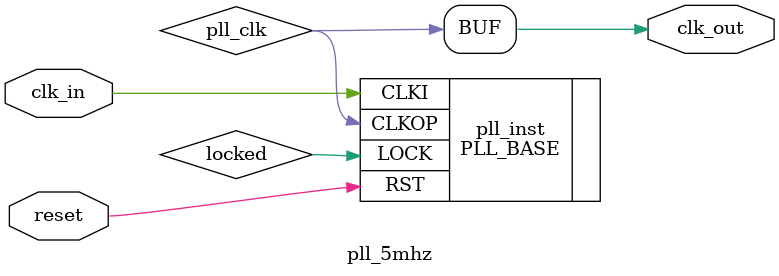
<source format=v>
module pll_5mhz(
    input clk_in,        // 16 MHz input clock
    input reset,
    output clk_out       // 5 MHz output clock
);

    wire pll_clk;
    wire locked;

    // PLL instantiation
    // These parameters would be configured using the Lattice IP configuration tool
    // M = 5, D = 16, O = 1
    // clk_in = 16 MHz, clk_out = 5 MHz
    PLL_BASE #(
        .DIVR(4'b0000),         // Reference divider (0)
        .DIVF(7'b0101000),      // Feedback divider (40)
        .DIVQ(3'b011),          // Output divider (3)
        .FILTER_RANGE(3'b001)   // Filter range
    ) pll_inst (
        .CLKI(clk_in),          // Input clock (16 MHz)
        .CLKOP(pll_clk),        // PLL output clock (5 MHz)
        .LOCK(locked),          // Lock status signal
        .RST(reset)             // PLL reset
    );

    assign clk_out = pll_clk;

endmodule

</source>
